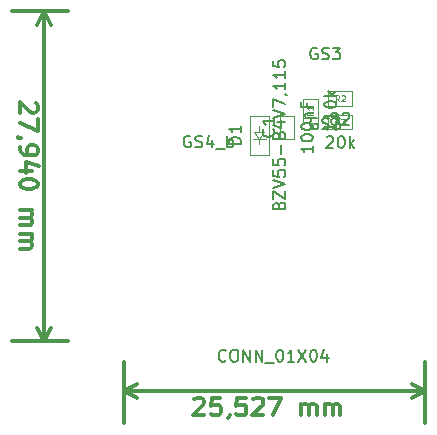
<source format=gbr>
G04 #@! TF.FileFunction,Other,Fab,Top*
%FSLAX46Y46*%
G04 Gerber Fmt 4.6, Leading zero omitted, Abs format (unit mm)*
G04 Created by KiCad (PCBNEW 4.0.6) date 12/07/19 10:22:01*
%MOMM*%
%LPD*%
G01*
G04 APERTURE LIST*
%ADD10C,0.100000*%
%ADD11C,0.300000*%
%ADD12C,0.150000*%
%ADD13C,0.075000*%
G04 APERTURE END LIST*
D10*
D11*
X131433971Y-70493715D02*
X131505400Y-70565144D01*
X131576829Y-70708001D01*
X131576829Y-71065144D01*
X131505400Y-71208001D01*
X131433971Y-71279430D01*
X131291114Y-71350858D01*
X131148257Y-71350858D01*
X130933971Y-71279430D01*
X130076829Y-70422287D01*
X130076829Y-71350858D01*
X131576829Y-71850858D02*
X131576829Y-72850858D01*
X130076829Y-72208001D01*
X130148257Y-73493714D02*
X130076829Y-73493714D01*
X129933971Y-73422286D01*
X129862543Y-73350857D01*
X130076829Y-74208000D02*
X130076829Y-74493715D01*
X130148257Y-74636572D01*
X130219686Y-74708000D01*
X130433971Y-74850858D01*
X130719686Y-74922286D01*
X131291114Y-74922286D01*
X131433971Y-74850858D01*
X131505400Y-74779429D01*
X131576829Y-74636572D01*
X131576829Y-74350858D01*
X131505400Y-74208000D01*
X131433971Y-74136572D01*
X131291114Y-74065143D01*
X130933971Y-74065143D01*
X130791114Y-74136572D01*
X130719686Y-74208000D01*
X130648257Y-74350858D01*
X130648257Y-74636572D01*
X130719686Y-74779429D01*
X130791114Y-74850858D01*
X130933971Y-74922286D01*
X131076829Y-76208000D02*
X130076829Y-76208000D01*
X131648257Y-75850857D02*
X130576829Y-75493714D01*
X130576829Y-76422286D01*
X131576829Y-77279428D02*
X131576829Y-77422285D01*
X131505400Y-77565142D01*
X131433971Y-77636571D01*
X131291114Y-77708000D01*
X131005400Y-77779428D01*
X130648257Y-77779428D01*
X130362543Y-77708000D01*
X130219686Y-77636571D01*
X130148257Y-77565142D01*
X130076829Y-77422285D01*
X130076829Y-77279428D01*
X130148257Y-77136571D01*
X130219686Y-77065142D01*
X130362543Y-76993714D01*
X130648257Y-76922285D01*
X131005400Y-76922285D01*
X131291114Y-76993714D01*
X131433971Y-77065142D01*
X131505400Y-77136571D01*
X131576829Y-77279428D01*
X130076829Y-79565142D02*
X131076829Y-79565142D01*
X130933971Y-79565142D02*
X131005400Y-79636570D01*
X131076829Y-79779428D01*
X131076829Y-79993713D01*
X131005400Y-80136570D01*
X130862543Y-80207999D01*
X130076829Y-80207999D01*
X130862543Y-80207999D02*
X131005400Y-80279428D01*
X131076829Y-80422285D01*
X131076829Y-80636570D01*
X131005400Y-80779428D01*
X130862543Y-80850856D01*
X130076829Y-80850856D01*
X130076829Y-81565142D02*
X131076829Y-81565142D01*
X130933971Y-81565142D02*
X131005400Y-81636570D01*
X131076829Y-81779428D01*
X131076829Y-81993713D01*
X131005400Y-82136570D01*
X130862543Y-82207999D01*
X130076829Y-82207999D01*
X130862543Y-82207999D02*
X131005400Y-82279428D01*
X131076829Y-82422285D01*
X131076829Y-82636570D01*
X131005400Y-82779428D01*
X130862543Y-82850856D01*
X130076829Y-82850856D01*
X132105400Y-62738000D02*
X132105400Y-90678000D01*
X134137400Y-62738000D02*
X129405400Y-62738000D01*
X134137400Y-90678000D02*
X129405400Y-90678000D01*
X132105400Y-90678000D02*
X131518979Y-89551496D01*
X132105400Y-90678000D02*
X132691821Y-89551496D01*
X132105400Y-62738000D02*
X131518979Y-63864504D01*
X132105400Y-62738000D02*
X132691821Y-63864504D01*
X144814115Y-95587429D02*
X144885544Y-95516000D01*
X145028401Y-95444571D01*
X145385544Y-95444571D01*
X145528401Y-95516000D01*
X145599830Y-95587429D01*
X145671258Y-95730286D01*
X145671258Y-95873143D01*
X145599830Y-96087429D01*
X144742687Y-96944571D01*
X145671258Y-96944571D01*
X147028401Y-95444571D02*
X146314115Y-95444571D01*
X146242686Y-96158857D01*
X146314115Y-96087429D01*
X146456972Y-96016000D01*
X146814115Y-96016000D01*
X146956972Y-96087429D01*
X147028401Y-96158857D01*
X147099829Y-96301714D01*
X147099829Y-96658857D01*
X147028401Y-96801714D01*
X146956972Y-96873143D01*
X146814115Y-96944571D01*
X146456972Y-96944571D01*
X146314115Y-96873143D01*
X146242686Y-96801714D01*
X147814114Y-96873143D02*
X147814114Y-96944571D01*
X147742686Y-97087429D01*
X147671257Y-97158857D01*
X149171258Y-95444571D02*
X148456972Y-95444571D01*
X148385543Y-96158857D01*
X148456972Y-96087429D01*
X148599829Y-96016000D01*
X148956972Y-96016000D01*
X149099829Y-96087429D01*
X149171258Y-96158857D01*
X149242686Y-96301714D01*
X149242686Y-96658857D01*
X149171258Y-96801714D01*
X149099829Y-96873143D01*
X148956972Y-96944571D01*
X148599829Y-96944571D01*
X148456972Y-96873143D01*
X148385543Y-96801714D01*
X149814114Y-95587429D02*
X149885543Y-95516000D01*
X150028400Y-95444571D01*
X150385543Y-95444571D01*
X150528400Y-95516000D01*
X150599829Y-95587429D01*
X150671257Y-95730286D01*
X150671257Y-95873143D01*
X150599829Y-96087429D01*
X149742686Y-96944571D01*
X150671257Y-96944571D01*
X151171257Y-95444571D02*
X152171257Y-95444571D01*
X151528400Y-96944571D01*
X153885542Y-96944571D02*
X153885542Y-95944571D01*
X153885542Y-96087429D02*
X153956970Y-96016000D01*
X154099828Y-95944571D01*
X154314113Y-95944571D01*
X154456970Y-96016000D01*
X154528399Y-96158857D01*
X154528399Y-96944571D01*
X154528399Y-96158857D02*
X154599828Y-96016000D01*
X154742685Y-95944571D01*
X154956970Y-95944571D01*
X155099828Y-96016000D01*
X155171256Y-96158857D01*
X155171256Y-96944571D01*
X155885542Y-96944571D02*
X155885542Y-95944571D01*
X155885542Y-96087429D02*
X155956970Y-96016000D01*
X156099828Y-95944571D01*
X156314113Y-95944571D01*
X156456970Y-96016000D01*
X156528399Y-96158857D01*
X156528399Y-96944571D01*
X156528399Y-96158857D02*
X156599828Y-96016000D01*
X156742685Y-95944571D01*
X156956970Y-95944571D01*
X157099828Y-96016000D01*
X157171256Y-96158857D01*
X157171256Y-96944571D01*
X164363400Y-94868999D02*
X138836400Y-94868999D01*
X164363400Y-92456000D02*
X164363400Y-97568999D01*
X138836400Y-92456000D02*
X138836400Y-97568999D01*
X138836400Y-94868999D02*
X139962904Y-94282578D01*
X138836400Y-94868999D02*
X139962904Y-95455420D01*
X164363400Y-94868999D02*
X163236896Y-94282578D01*
X164363400Y-94868999D02*
X163236896Y-95455420D01*
D10*
X155256000Y-72150000D02*
X154016000Y-72150000D01*
X155256000Y-70150000D02*
X155256000Y-72150000D01*
X154016000Y-70150000D02*
X155256000Y-70150000D01*
X154016000Y-72150000D02*
X154016000Y-70150000D01*
X156186000Y-70745000D02*
X156186000Y-69505000D01*
X158186000Y-70745000D02*
X156186000Y-70745000D01*
X158186000Y-69505000D02*
X158186000Y-70745000D01*
X156186000Y-69505000D02*
X158186000Y-69505000D01*
X153281000Y-73550000D02*
X152041000Y-73550000D01*
X153281000Y-71550000D02*
X153281000Y-73550000D01*
X152041000Y-71550000D02*
X153281000Y-71550000D01*
X152041000Y-73550000D02*
X152041000Y-71550000D01*
X149511000Y-71550000D02*
X151111000Y-71550000D01*
X151111000Y-71550000D02*
X151111000Y-74850000D01*
X151111000Y-74850000D02*
X149511000Y-74850000D01*
X149511000Y-74850000D02*
X149511000Y-71550000D01*
X150311000Y-72950000D02*
X150311000Y-72450000D01*
X150711000Y-72950000D02*
X150311000Y-73550000D01*
X149911000Y-72950000D02*
X150711000Y-72950000D01*
X150311000Y-73550000D02*
X149911000Y-72950000D01*
X150311000Y-73550000D02*
X150861000Y-73550000D01*
X150311000Y-73550000D02*
X149761000Y-73550000D01*
X150311000Y-73950000D02*
X150311000Y-73550000D01*
X156186000Y-72720000D02*
X156186000Y-71480000D01*
X158186000Y-72720000D02*
X156186000Y-72720000D01*
X158186000Y-71480000D02*
X158186000Y-72720000D01*
X156186000Y-71480000D02*
X158186000Y-71480000D01*
D12*
X147497191Y-92282143D02*
X147449572Y-92329762D01*
X147306715Y-92377381D01*
X147211477Y-92377381D01*
X147068619Y-92329762D01*
X146973381Y-92234524D01*
X146925762Y-92139286D01*
X146878143Y-91948810D01*
X146878143Y-91805952D01*
X146925762Y-91615476D01*
X146973381Y-91520238D01*
X147068619Y-91425000D01*
X147211477Y-91377381D01*
X147306715Y-91377381D01*
X147449572Y-91425000D01*
X147497191Y-91472619D01*
X148116238Y-91377381D02*
X148306715Y-91377381D01*
X148401953Y-91425000D01*
X148497191Y-91520238D01*
X148544810Y-91710714D01*
X148544810Y-92044048D01*
X148497191Y-92234524D01*
X148401953Y-92329762D01*
X148306715Y-92377381D01*
X148116238Y-92377381D01*
X148021000Y-92329762D01*
X147925762Y-92234524D01*
X147878143Y-92044048D01*
X147878143Y-91710714D01*
X147925762Y-91520238D01*
X148021000Y-91425000D01*
X148116238Y-91377381D01*
X148973381Y-92377381D02*
X148973381Y-91377381D01*
X149544810Y-92377381D01*
X149544810Y-91377381D01*
X150021000Y-92377381D02*
X150021000Y-91377381D01*
X150592429Y-92377381D01*
X150592429Y-91377381D01*
X150830524Y-92472619D02*
X151592429Y-92472619D01*
X152021000Y-91377381D02*
X152116239Y-91377381D01*
X152211477Y-91425000D01*
X152259096Y-91472619D01*
X152306715Y-91567857D01*
X152354334Y-91758333D01*
X152354334Y-91996429D01*
X152306715Y-92186905D01*
X152259096Y-92282143D01*
X152211477Y-92329762D01*
X152116239Y-92377381D01*
X152021000Y-92377381D01*
X151925762Y-92329762D01*
X151878143Y-92282143D01*
X151830524Y-92186905D01*
X151782905Y-91996429D01*
X151782905Y-91758333D01*
X151830524Y-91567857D01*
X151878143Y-91472619D01*
X151925762Y-91425000D01*
X152021000Y-91377381D01*
X153306715Y-92377381D02*
X152735286Y-92377381D01*
X153021000Y-92377381D02*
X153021000Y-91377381D01*
X152925762Y-91520238D01*
X152830524Y-91615476D01*
X152735286Y-91663095D01*
X153640048Y-91377381D02*
X154306715Y-92377381D01*
X154306715Y-91377381D02*
X153640048Y-92377381D01*
X154878143Y-91377381D02*
X154973382Y-91377381D01*
X155068620Y-91425000D01*
X155116239Y-91472619D01*
X155163858Y-91567857D01*
X155211477Y-91758333D01*
X155211477Y-91996429D01*
X155163858Y-92186905D01*
X155116239Y-92282143D01*
X155068620Y-92329762D01*
X154973382Y-92377381D01*
X154878143Y-92377381D01*
X154782905Y-92329762D01*
X154735286Y-92282143D01*
X154687667Y-92186905D01*
X154640048Y-91996429D01*
X154640048Y-91758333D01*
X154687667Y-91567857D01*
X154735286Y-91472619D01*
X154782905Y-91425000D01*
X154878143Y-91377381D01*
X156068620Y-91710714D02*
X156068620Y-92377381D01*
X155830524Y-91329762D02*
X155592429Y-92044048D01*
X156211477Y-92044048D01*
X156838381Y-72221428D02*
X156838381Y-72792857D01*
X156838381Y-72507143D02*
X155838381Y-72507143D01*
X155981238Y-72602381D01*
X156076476Y-72697619D01*
X156124095Y-72792857D01*
X156838381Y-71269047D02*
X156838381Y-71840476D01*
X156838381Y-71554762D02*
X155838381Y-71554762D01*
X155981238Y-71650000D01*
X156076476Y-71745238D01*
X156124095Y-71840476D01*
X155838381Y-70650000D02*
X155838381Y-70554761D01*
X155886000Y-70459523D01*
X155933619Y-70411904D01*
X156028857Y-70364285D01*
X156219333Y-70316666D01*
X156457429Y-70316666D01*
X156647905Y-70364285D01*
X156743143Y-70411904D01*
X156790762Y-70459523D01*
X156838381Y-70554761D01*
X156838381Y-70650000D01*
X156790762Y-70745238D01*
X156743143Y-70792857D01*
X156647905Y-70840476D01*
X156457429Y-70888095D01*
X156219333Y-70888095D01*
X156028857Y-70840476D01*
X155933619Y-70792857D01*
X155886000Y-70745238D01*
X155838381Y-70650000D01*
X156838381Y-69888095D02*
X155838381Y-69888095D01*
X156457429Y-69792857D02*
X156838381Y-69507142D01*
X156171714Y-69507142D02*
X156552667Y-69888095D01*
D13*
X154862190Y-71233333D02*
X154624095Y-71400000D01*
X154862190Y-71519047D02*
X154362190Y-71519047D01*
X154362190Y-71328571D01*
X154386000Y-71280952D01*
X154409810Y-71257143D01*
X154457429Y-71233333D01*
X154528857Y-71233333D01*
X154576476Y-71257143D01*
X154600286Y-71280952D01*
X154624095Y-71328571D01*
X154624095Y-71519047D01*
X154862190Y-70757143D02*
X154862190Y-71042857D01*
X154862190Y-70900000D02*
X154362190Y-70900000D01*
X154433619Y-70947619D01*
X154481238Y-70995238D01*
X154505048Y-71042857D01*
D12*
X156614571Y-71755952D02*
X156519333Y-71708333D01*
X156471714Y-71660714D01*
X156424095Y-71565476D01*
X156424095Y-71517857D01*
X156471714Y-71422619D01*
X156519333Y-71375000D01*
X156614571Y-71327381D01*
X156805048Y-71327381D01*
X156900286Y-71375000D01*
X156947905Y-71422619D01*
X156995524Y-71517857D01*
X156995524Y-71565476D01*
X156947905Y-71660714D01*
X156900286Y-71708333D01*
X156805048Y-71755952D01*
X156614571Y-71755952D01*
X156519333Y-71803571D01*
X156471714Y-71851190D01*
X156424095Y-71946429D01*
X156424095Y-72136905D01*
X156471714Y-72232143D01*
X156519333Y-72279762D01*
X156614571Y-72327381D01*
X156805048Y-72327381D01*
X156900286Y-72279762D01*
X156947905Y-72232143D01*
X156995524Y-72136905D01*
X156995524Y-71946429D01*
X156947905Y-71851190D01*
X156900286Y-71803571D01*
X156805048Y-71755952D01*
X157376476Y-71422619D02*
X157424095Y-71375000D01*
X157519333Y-71327381D01*
X157757429Y-71327381D01*
X157852667Y-71375000D01*
X157900286Y-71422619D01*
X157947905Y-71517857D01*
X157947905Y-71613095D01*
X157900286Y-71755952D01*
X157328857Y-72327381D01*
X157947905Y-72327381D01*
D13*
X157102667Y-70351190D02*
X156936000Y-70113095D01*
X156816953Y-70351190D02*
X156816953Y-69851190D01*
X157007429Y-69851190D01*
X157055048Y-69875000D01*
X157078857Y-69898810D01*
X157102667Y-69946429D01*
X157102667Y-70017857D01*
X157078857Y-70065476D01*
X157055048Y-70089286D01*
X157007429Y-70113095D01*
X156816953Y-70113095D01*
X157293143Y-69898810D02*
X157316953Y-69875000D01*
X157364572Y-69851190D01*
X157483619Y-69851190D01*
X157531238Y-69875000D01*
X157555048Y-69898810D01*
X157578857Y-69946429D01*
X157578857Y-69994048D01*
X157555048Y-70065476D01*
X157269334Y-70351190D01*
X157578857Y-70351190D01*
D12*
X154863381Y-74097619D02*
X154863381Y-74669048D01*
X154863381Y-74383334D02*
X153863381Y-74383334D01*
X154006238Y-74478572D01*
X154101476Y-74573810D01*
X154149095Y-74669048D01*
X153863381Y-73478572D02*
X153863381Y-73383333D01*
X153911000Y-73288095D01*
X153958619Y-73240476D01*
X154053857Y-73192857D01*
X154244333Y-73145238D01*
X154482429Y-73145238D01*
X154672905Y-73192857D01*
X154768143Y-73240476D01*
X154815762Y-73288095D01*
X154863381Y-73383333D01*
X154863381Y-73478572D01*
X154815762Y-73573810D01*
X154768143Y-73621429D01*
X154672905Y-73669048D01*
X154482429Y-73716667D01*
X154244333Y-73716667D01*
X154053857Y-73669048D01*
X153958619Y-73621429D01*
X153911000Y-73573810D01*
X153863381Y-73478572D01*
X153863381Y-72526191D02*
X153863381Y-72430952D01*
X153911000Y-72335714D01*
X153958619Y-72288095D01*
X154053857Y-72240476D01*
X154244333Y-72192857D01*
X154482429Y-72192857D01*
X154672905Y-72240476D01*
X154768143Y-72288095D01*
X154815762Y-72335714D01*
X154863381Y-72430952D01*
X154863381Y-72526191D01*
X154815762Y-72621429D01*
X154768143Y-72669048D01*
X154672905Y-72716667D01*
X154482429Y-72764286D01*
X154244333Y-72764286D01*
X154053857Y-72716667D01*
X153958619Y-72669048D01*
X153911000Y-72621429D01*
X153863381Y-72526191D01*
X154196714Y-71764286D02*
X154863381Y-71764286D01*
X154291952Y-71764286D02*
X154244333Y-71716667D01*
X154196714Y-71621429D01*
X154196714Y-71478571D01*
X154244333Y-71383333D01*
X154339571Y-71335714D01*
X154863381Y-71335714D01*
X154339571Y-70526190D02*
X154339571Y-70859524D01*
X154863381Y-70859524D02*
X153863381Y-70859524D01*
X153863381Y-70383333D01*
X151518143Y-72716666D02*
X151565762Y-72764285D01*
X151613381Y-72907142D01*
X151613381Y-73002380D01*
X151565762Y-73145238D01*
X151470524Y-73240476D01*
X151375286Y-73288095D01*
X151184810Y-73335714D01*
X151041952Y-73335714D01*
X150851476Y-73288095D01*
X150756238Y-73240476D01*
X150661000Y-73145238D01*
X150613381Y-73002380D01*
X150613381Y-72907142D01*
X150661000Y-72764285D01*
X150708619Y-72716666D01*
X151613381Y-71764285D02*
X151613381Y-72335714D01*
X151613381Y-72050000D02*
X150613381Y-72050000D01*
X150756238Y-72145238D01*
X150851476Y-72240476D01*
X150899095Y-72335714D01*
X151989571Y-79152380D02*
X152037190Y-79009523D01*
X152084810Y-78961904D01*
X152180048Y-78914285D01*
X152322905Y-78914285D01*
X152418143Y-78961904D01*
X152465762Y-79009523D01*
X152513381Y-79104761D01*
X152513381Y-79485714D01*
X151513381Y-79485714D01*
X151513381Y-79152380D01*
X151561000Y-79057142D01*
X151608619Y-79009523D01*
X151703857Y-78961904D01*
X151799095Y-78961904D01*
X151894333Y-79009523D01*
X151941952Y-79057142D01*
X151989571Y-79152380D01*
X151989571Y-79485714D01*
X151513381Y-78580952D02*
X151513381Y-77914285D01*
X152513381Y-78580952D01*
X152513381Y-77914285D01*
X151513381Y-77676190D02*
X152513381Y-77342857D01*
X151513381Y-77009523D01*
X151513381Y-76199999D02*
X151513381Y-76676190D01*
X151989571Y-76723809D01*
X151941952Y-76676190D01*
X151894333Y-76580952D01*
X151894333Y-76342856D01*
X151941952Y-76247618D01*
X151989571Y-76199999D01*
X152084810Y-76152380D01*
X152322905Y-76152380D01*
X152418143Y-76199999D01*
X152465762Y-76247618D01*
X152513381Y-76342856D01*
X152513381Y-76580952D01*
X152465762Y-76676190D01*
X152418143Y-76723809D01*
X151513381Y-75247618D02*
X151513381Y-75723809D01*
X151989571Y-75771428D01*
X151941952Y-75723809D01*
X151894333Y-75628571D01*
X151894333Y-75390475D01*
X151941952Y-75295237D01*
X151989571Y-75247618D01*
X152084810Y-75199999D01*
X152322905Y-75199999D01*
X152418143Y-75247618D01*
X152465762Y-75295237D01*
X152513381Y-75390475D01*
X152513381Y-75628571D01*
X152465762Y-75723809D01*
X152418143Y-75771428D01*
X152132429Y-74771428D02*
X152132429Y-74009523D01*
X151989571Y-73199999D02*
X152037190Y-73057142D01*
X152084810Y-73009523D01*
X152180048Y-72961904D01*
X152322905Y-72961904D01*
X152418143Y-73009523D01*
X152465762Y-73057142D01*
X152513381Y-73152380D01*
X152513381Y-73533333D01*
X151513381Y-73533333D01*
X151513381Y-73199999D01*
X151561000Y-73104761D01*
X151608619Y-73057142D01*
X151703857Y-73009523D01*
X151799095Y-73009523D01*
X151894333Y-73057142D01*
X151941952Y-73104761D01*
X151989571Y-73199999D01*
X151989571Y-73533333D01*
X151846714Y-72104761D02*
X152513381Y-72104761D01*
X151465762Y-72342857D02*
X152180048Y-72580952D01*
X152180048Y-71961904D01*
X151513381Y-71723809D02*
X152513381Y-71390476D01*
X151513381Y-71057142D01*
X151513381Y-70819047D02*
X151513381Y-70152380D01*
X152513381Y-70580952D01*
X152465762Y-69723809D02*
X152513381Y-69723809D01*
X152608619Y-69771428D01*
X152656238Y-69819047D01*
X152513381Y-68771428D02*
X152513381Y-69342857D01*
X152513381Y-69057143D02*
X151513381Y-69057143D01*
X151656238Y-69152381D01*
X151751476Y-69247619D01*
X151799095Y-69342857D01*
X152513381Y-67819047D02*
X152513381Y-68390476D01*
X152513381Y-68104762D02*
X151513381Y-68104762D01*
X151656238Y-68200000D01*
X151751476Y-68295238D01*
X151799095Y-68390476D01*
X151513381Y-66914285D02*
X151513381Y-67390476D01*
X151989571Y-67438095D01*
X151941952Y-67390476D01*
X151894333Y-67295238D01*
X151894333Y-67057142D01*
X151941952Y-66961904D01*
X151989571Y-66914285D01*
X152084810Y-66866666D01*
X152322905Y-66866666D01*
X152418143Y-66914285D01*
X152465762Y-66961904D01*
X152513381Y-67057142D01*
X152513381Y-67295238D01*
X152465762Y-67390476D01*
X152418143Y-67438095D01*
X148763381Y-73938095D02*
X147763381Y-73938095D01*
X147763381Y-73700000D01*
X147811000Y-73557142D01*
X147906238Y-73461904D01*
X148001476Y-73414285D01*
X148191952Y-73366666D01*
X148334810Y-73366666D01*
X148525286Y-73414285D01*
X148620524Y-73461904D01*
X148715762Y-73557142D01*
X148763381Y-73700000D01*
X148763381Y-73938095D01*
X148763381Y-72414285D02*
X148763381Y-72985714D01*
X148763381Y-72700000D02*
X147763381Y-72700000D01*
X147906238Y-72795238D01*
X148001476Y-72890476D01*
X148049095Y-72985714D01*
X156019333Y-73397619D02*
X156066952Y-73350000D01*
X156162190Y-73302381D01*
X156400286Y-73302381D01*
X156495524Y-73350000D01*
X156543143Y-73397619D01*
X156590762Y-73492857D01*
X156590762Y-73588095D01*
X156543143Y-73730952D01*
X155971714Y-74302381D01*
X156590762Y-74302381D01*
X157209809Y-73302381D02*
X157305048Y-73302381D01*
X157400286Y-73350000D01*
X157447905Y-73397619D01*
X157495524Y-73492857D01*
X157543143Y-73683333D01*
X157543143Y-73921429D01*
X157495524Y-74111905D01*
X157447905Y-74207143D01*
X157400286Y-74254762D01*
X157305048Y-74302381D01*
X157209809Y-74302381D01*
X157114571Y-74254762D01*
X157066952Y-74207143D01*
X157019333Y-74111905D01*
X156971714Y-73921429D01*
X156971714Y-73683333D01*
X157019333Y-73492857D01*
X157066952Y-73397619D01*
X157114571Y-73350000D01*
X157209809Y-73302381D01*
X157971714Y-74302381D02*
X157971714Y-73302381D01*
X158066952Y-73921429D02*
X158352667Y-74302381D01*
X158352667Y-73635714D02*
X157971714Y-74016667D01*
D13*
X157102667Y-72326190D02*
X156936000Y-72088095D01*
X156816953Y-72326190D02*
X156816953Y-71826190D01*
X157007429Y-71826190D01*
X157055048Y-71850000D01*
X157078857Y-71873810D01*
X157102667Y-71921429D01*
X157102667Y-71992857D01*
X157078857Y-72040476D01*
X157055048Y-72064286D01*
X157007429Y-72088095D01*
X156816953Y-72088095D01*
X157269334Y-71826190D02*
X157578857Y-71826190D01*
X157412191Y-72016667D01*
X157483619Y-72016667D01*
X157531238Y-72040476D01*
X157555048Y-72064286D01*
X157578857Y-72111905D01*
X157578857Y-72230952D01*
X157555048Y-72278571D01*
X157531238Y-72302381D01*
X157483619Y-72326190D01*
X157340762Y-72326190D01*
X157293143Y-72302381D01*
X157269334Y-72278571D01*
D12*
X155220524Y-65850000D02*
X155125286Y-65802381D01*
X154982429Y-65802381D01*
X154839571Y-65850000D01*
X154744333Y-65945238D01*
X154696714Y-66040476D01*
X154649095Y-66230952D01*
X154649095Y-66373810D01*
X154696714Y-66564286D01*
X154744333Y-66659524D01*
X154839571Y-66754762D01*
X154982429Y-66802381D01*
X155077667Y-66802381D01*
X155220524Y-66754762D01*
X155268143Y-66707143D01*
X155268143Y-66373810D01*
X155077667Y-66373810D01*
X155649095Y-66754762D02*
X155791952Y-66802381D01*
X156030048Y-66802381D01*
X156125286Y-66754762D01*
X156172905Y-66707143D01*
X156220524Y-66611905D01*
X156220524Y-66516667D01*
X156172905Y-66421429D01*
X156125286Y-66373810D01*
X156030048Y-66326190D01*
X155839571Y-66278571D01*
X155744333Y-66230952D01*
X155696714Y-66183333D01*
X155649095Y-66088095D01*
X155649095Y-65992857D01*
X155696714Y-65897619D01*
X155744333Y-65850000D01*
X155839571Y-65802381D01*
X156077667Y-65802381D01*
X156220524Y-65850000D01*
X156553857Y-65802381D02*
X157172905Y-65802381D01*
X156839571Y-66183333D01*
X156982429Y-66183333D01*
X157077667Y-66230952D01*
X157125286Y-66278571D01*
X157172905Y-66373810D01*
X157172905Y-66611905D01*
X157125286Y-66707143D01*
X157077667Y-66754762D01*
X156982429Y-66802381D01*
X156696714Y-66802381D01*
X156601476Y-66754762D01*
X156553857Y-66707143D01*
X155220524Y-71775000D02*
X155125286Y-71727381D01*
X154982429Y-71727381D01*
X154839571Y-71775000D01*
X154744333Y-71870238D01*
X154696714Y-71965476D01*
X154649095Y-72155952D01*
X154649095Y-72298810D01*
X154696714Y-72489286D01*
X154744333Y-72584524D01*
X154839571Y-72679762D01*
X154982429Y-72727381D01*
X155077667Y-72727381D01*
X155220524Y-72679762D01*
X155268143Y-72632143D01*
X155268143Y-72298810D01*
X155077667Y-72298810D01*
X155649095Y-72679762D02*
X155791952Y-72727381D01*
X156030048Y-72727381D01*
X156125286Y-72679762D01*
X156172905Y-72632143D01*
X156220524Y-72536905D01*
X156220524Y-72441667D01*
X156172905Y-72346429D01*
X156125286Y-72298810D01*
X156030048Y-72251190D01*
X155839571Y-72203571D01*
X155744333Y-72155952D01*
X155696714Y-72108333D01*
X155649095Y-72013095D01*
X155649095Y-71917857D01*
X155696714Y-71822619D01*
X155744333Y-71775000D01*
X155839571Y-71727381D01*
X156077667Y-71727381D01*
X156220524Y-71775000D01*
X156553857Y-71727381D02*
X157172905Y-71727381D01*
X156839571Y-72108333D01*
X156982429Y-72108333D01*
X157077667Y-72155952D01*
X157125286Y-72203571D01*
X157172905Y-72298810D01*
X157172905Y-72536905D01*
X157125286Y-72632143D01*
X157077667Y-72679762D01*
X156982429Y-72727381D01*
X156696714Y-72727381D01*
X156601476Y-72679762D01*
X156553857Y-72632143D01*
X144487191Y-73300000D02*
X144391953Y-73252381D01*
X144249096Y-73252381D01*
X144106238Y-73300000D01*
X144011000Y-73395238D01*
X143963381Y-73490476D01*
X143915762Y-73680952D01*
X143915762Y-73823810D01*
X143963381Y-74014286D01*
X144011000Y-74109524D01*
X144106238Y-74204762D01*
X144249096Y-74252381D01*
X144344334Y-74252381D01*
X144487191Y-74204762D01*
X144534810Y-74157143D01*
X144534810Y-73823810D01*
X144344334Y-73823810D01*
X144915762Y-74204762D02*
X145058619Y-74252381D01*
X145296715Y-74252381D01*
X145391953Y-74204762D01*
X145439572Y-74157143D01*
X145487191Y-74061905D01*
X145487191Y-73966667D01*
X145439572Y-73871429D01*
X145391953Y-73823810D01*
X145296715Y-73776190D01*
X145106238Y-73728571D01*
X145011000Y-73680952D01*
X144963381Y-73633333D01*
X144915762Y-73538095D01*
X144915762Y-73442857D01*
X144963381Y-73347619D01*
X145011000Y-73300000D01*
X145106238Y-73252381D01*
X145344334Y-73252381D01*
X145487191Y-73300000D01*
X146344334Y-73585714D02*
X146344334Y-74252381D01*
X146106238Y-73204762D02*
X145868143Y-73919048D01*
X146487191Y-73919048D01*
X146630048Y-74347619D02*
X147391953Y-74347619D01*
X147630048Y-74252381D02*
X147630048Y-73252381D01*
X147630048Y-73633333D02*
X147725286Y-73585714D01*
X147915763Y-73585714D01*
X148011001Y-73633333D01*
X148058620Y-73680952D01*
X148106239Y-73776190D01*
X148106239Y-74061905D01*
X148058620Y-74157143D01*
X148011001Y-74204762D01*
X147915763Y-74252381D01*
X147725286Y-74252381D01*
X147630048Y-74204762D01*
M02*

</source>
